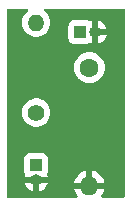
<source format=gbr>
%TF.GenerationSoftware,KiCad,Pcbnew,8.0.1*%
%TF.CreationDate,2024-04-03T15:49:03+03:00*%
%TF.ProjectId,LowPassFilter_jessipi_20240403,4c6f7750-6173-4734-9669-6c7465725f6a,rev?*%
%TF.SameCoordinates,Original*%
%TF.FileFunction,Copper,L1,Top*%
%TF.FilePolarity,Positive*%
%FSLAX46Y46*%
G04 Gerber Fmt 4.6, Leading zero omitted, Abs format (unit mm)*
G04 Created by KiCad (PCBNEW 8.0.1) date 2024-04-03 15:49:03*
%MOMM*%
%LPD*%
G01*
G04 APERTURE LIST*
%TA.AperFunction,ComponentPad*%
%ADD10C,1.400000*%
%TD*%
%TA.AperFunction,ComponentPad*%
%ADD11O,1.400000X1.400000*%
%TD*%
%TA.AperFunction,ComponentPad*%
%ADD12R,1.000000X1.000000*%
%TD*%
%TA.AperFunction,ComponentPad*%
%ADD13O,1.000000X1.000000*%
%TD*%
%TA.AperFunction,ComponentPad*%
%ADD14C,1.600000*%
%TD*%
%TA.AperFunction,ComponentPad*%
%ADD15O,1.600000X1.600000*%
%TD*%
%TA.AperFunction,ViaPad*%
%ADD16C,0.600000*%
%TD*%
G04 APERTURE END LIST*
D10*
%TO.P,R1,1*%
%TO.N,Net-(J1-Pin_1)*%
X73500000Y-56810000D03*
D11*
%TO.P,R1,2*%
%TO.N,Net-(J2-Pin_1)*%
X73500000Y-49190000D03*
%TD*%
D12*
%TO.P,J1,1,Pin_1*%
%TO.N,Net-(J1-Pin_1)*%
X73500000Y-61230000D03*
D13*
%TO.P,J1,2,Pin_2*%
%TO.N,GND*%
X73500000Y-62500000D03*
%TD*%
%TO.P,J2,2,Pin_2*%
%TO.N,GND*%
X78500000Y-50000000D03*
D12*
%TO.P,J2,1,Pin_1*%
%TO.N,Net-(J2-Pin_1)*%
X77230000Y-50000000D03*
%TD*%
D14*
%TO.P,C1,1*%
%TO.N,Net-(J2-Pin_1)*%
X78000000Y-53000000D03*
D15*
%TO.P,C1,2*%
%TO.N,GND*%
X78000000Y-63000000D03*
%TD*%
D16*
%TO.N,GND*%
X80500000Y-62500000D03*
X80500000Y-50500000D03*
%TD*%
%TA.AperFunction,Conductor*%
%TO.N,GND*%
G36*
X72771887Y-48020185D02*
G01*
X72817642Y-48072989D01*
X72827586Y-48142147D01*
X72798561Y-48205703D01*
X72777455Y-48223680D01*
X72778014Y-48224420D01*
X72773437Y-48227876D01*
X72609020Y-48377761D01*
X72474943Y-48555308D01*
X72474938Y-48555316D01*
X72375775Y-48754461D01*
X72375769Y-48754476D01*
X72314885Y-48968462D01*
X72314884Y-48968464D01*
X72294357Y-49189999D01*
X72294357Y-49190000D01*
X72314884Y-49411535D01*
X72314885Y-49411537D01*
X72375769Y-49625523D01*
X72375775Y-49625538D01*
X72474938Y-49824683D01*
X72474943Y-49824691D01*
X72609020Y-50002238D01*
X72773437Y-50152123D01*
X72773439Y-50152125D01*
X72962595Y-50269245D01*
X72962596Y-50269245D01*
X72962599Y-50269247D01*
X73170060Y-50349618D01*
X73388757Y-50390500D01*
X73388759Y-50390500D01*
X73611241Y-50390500D01*
X73611243Y-50390500D01*
X73829940Y-50349618D01*
X74037401Y-50269247D01*
X74226562Y-50152124D01*
X74390981Y-50002236D01*
X74525058Y-49824689D01*
X74624229Y-49625528D01*
X74685115Y-49411536D01*
X74705643Y-49190000D01*
X74685115Y-48968464D01*
X74624229Y-48754472D01*
X74624224Y-48754461D01*
X74525061Y-48555316D01*
X74525056Y-48555308D01*
X74390979Y-48377761D01*
X74226562Y-48227876D01*
X74221986Y-48224420D01*
X74223337Y-48222630D01*
X74183243Y-48177907D01*
X74172134Y-48108926D01*
X74200083Y-48044890D01*
X74258215Y-48006129D01*
X74295152Y-48000500D01*
X80875500Y-48000500D01*
X80942539Y-48020185D01*
X80988294Y-48072989D01*
X80999500Y-48124500D01*
X80999500Y-63875500D01*
X80979815Y-63942539D01*
X80927011Y-63988294D01*
X80875500Y-63999500D01*
X79125351Y-63999500D01*
X79058312Y-63979815D01*
X79012557Y-63927011D01*
X79002613Y-63857853D01*
X79023776Y-63804376D01*
X79130134Y-63652482D01*
X79226265Y-63446326D01*
X79226269Y-63446317D01*
X79278872Y-63250000D01*
X78315686Y-63250000D01*
X78320080Y-63245606D01*
X78372741Y-63154394D01*
X78400000Y-63052661D01*
X78400000Y-62947339D01*
X78372741Y-62845606D01*
X78320080Y-62754394D01*
X78315686Y-62750000D01*
X79278872Y-62750000D01*
X79278872Y-62749999D01*
X79226269Y-62553682D01*
X79226265Y-62553673D01*
X79130134Y-62347517D01*
X78999657Y-62161179D01*
X78838820Y-62000342D01*
X78652482Y-61869865D01*
X78446328Y-61773734D01*
X78250000Y-61721127D01*
X78250000Y-62684314D01*
X78245606Y-62679920D01*
X78154394Y-62627259D01*
X78052661Y-62600000D01*
X77947339Y-62600000D01*
X77845606Y-62627259D01*
X77754394Y-62679920D01*
X77750000Y-62684314D01*
X77750000Y-61721127D01*
X77553671Y-61773734D01*
X77347517Y-61869865D01*
X77161179Y-62000342D01*
X77000342Y-62161179D01*
X76869865Y-62347517D01*
X76773734Y-62553673D01*
X76773730Y-62553682D01*
X76721127Y-62749999D01*
X76721128Y-62750000D01*
X77684314Y-62750000D01*
X77679920Y-62754394D01*
X77627259Y-62845606D01*
X77600000Y-62947339D01*
X77600000Y-63052661D01*
X77627259Y-63154394D01*
X77679920Y-63245606D01*
X77684314Y-63250000D01*
X76721128Y-63250000D01*
X76773730Y-63446317D01*
X76773734Y-63446326D01*
X76869865Y-63652482D01*
X76976224Y-63804376D01*
X76998551Y-63870582D01*
X76981541Y-63938350D01*
X76930593Y-63986163D01*
X76874649Y-63999500D01*
X71124500Y-63999500D01*
X71057461Y-63979815D01*
X71011706Y-63927011D01*
X71000500Y-63875500D01*
X71000500Y-62750000D01*
X72530840Y-62750000D01*
X72571652Y-62884541D01*
X72664503Y-63058253D01*
X72664507Y-63058260D01*
X72789471Y-63210528D01*
X72941739Y-63335491D01*
X73115465Y-63428349D01*
X73250000Y-63469159D01*
X73250000Y-62750000D01*
X72530840Y-62750000D01*
X71000500Y-62750000D01*
X71000500Y-61777870D01*
X72499500Y-61777870D01*
X72499501Y-61777876D01*
X72505908Y-61837483D01*
X72556202Y-61972328D01*
X72556206Y-61972335D01*
X72562561Y-61980824D01*
X72586979Y-62046288D01*
X72573495Y-62109636D01*
X72573981Y-62109838D01*
X72572894Y-62112461D01*
X72572655Y-62113586D01*
X72571650Y-62115464D01*
X72530839Y-62249999D01*
X72530840Y-62250000D01*
X73290382Y-62250000D01*
X73239936Y-62300446D01*
X73197149Y-62374555D01*
X73175000Y-62457213D01*
X73175000Y-62542787D01*
X73197149Y-62625445D01*
X73239936Y-62699554D01*
X73300446Y-62760064D01*
X73374555Y-62802851D01*
X73457213Y-62825000D01*
X73542787Y-62825000D01*
X73625445Y-62802851D01*
X73699554Y-62760064D01*
X73709618Y-62750000D01*
X73750000Y-62750000D01*
X73750000Y-63469159D01*
X73884534Y-63428349D01*
X74058260Y-63335491D01*
X74210528Y-63210528D01*
X74335492Y-63058260D01*
X74335496Y-63058253D01*
X74428347Y-62884541D01*
X74469160Y-62750000D01*
X73750000Y-62750000D01*
X73709618Y-62750000D01*
X73760064Y-62699554D01*
X73802851Y-62625445D01*
X73825000Y-62542787D01*
X73825000Y-62457213D01*
X73802851Y-62374555D01*
X73760064Y-62300446D01*
X73709618Y-62250000D01*
X74469160Y-62250000D01*
X74469160Y-62249999D01*
X74428348Y-62115462D01*
X74427345Y-62113585D01*
X74427115Y-62112483D01*
X74426018Y-62109833D01*
X74426520Y-62109624D01*
X74413105Y-62045182D01*
X74437440Y-61980821D01*
X74443796Y-61972331D01*
X74494091Y-61837483D01*
X74500500Y-61777873D01*
X74500499Y-60682128D01*
X74494091Y-60622517D01*
X74443796Y-60487669D01*
X74443795Y-60487668D01*
X74443793Y-60487664D01*
X74357547Y-60372455D01*
X74357544Y-60372452D01*
X74242335Y-60286206D01*
X74242328Y-60286202D01*
X74107482Y-60235908D01*
X74107483Y-60235908D01*
X74047883Y-60229501D01*
X74047881Y-60229500D01*
X74047873Y-60229500D01*
X74047864Y-60229500D01*
X72952129Y-60229500D01*
X72952123Y-60229501D01*
X72892516Y-60235908D01*
X72757671Y-60286202D01*
X72757664Y-60286206D01*
X72642455Y-60372452D01*
X72642452Y-60372455D01*
X72556206Y-60487664D01*
X72556202Y-60487671D01*
X72505908Y-60622517D01*
X72499501Y-60682116D01*
X72499501Y-60682123D01*
X72499500Y-60682135D01*
X72499500Y-61777870D01*
X71000500Y-61777870D01*
X71000500Y-56810000D01*
X72294357Y-56810000D01*
X72314884Y-57031535D01*
X72314885Y-57031537D01*
X72375769Y-57245523D01*
X72375775Y-57245538D01*
X72474938Y-57444683D01*
X72474943Y-57444691D01*
X72609020Y-57622238D01*
X72773437Y-57772123D01*
X72773439Y-57772125D01*
X72962595Y-57889245D01*
X72962596Y-57889245D01*
X72962599Y-57889247D01*
X73170060Y-57969618D01*
X73388757Y-58010500D01*
X73388759Y-58010500D01*
X73611241Y-58010500D01*
X73611243Y-58010500D01*
X73829940Y-57969618D01*
X74037401Y-57889247D01*
X74226562Y-57772124D01*
X74390981Y-57622236D01*
X74525058Y-57444689D01*
X74624229Y-57245528D01*
X74685115Y-57031536D01*
X74705643Y-56810000D01*
X74685115Y-56588464D01*
X74624229Y-56374472D01*
X74624224Y-56374461D01*
X74525061Y-56175316D01*
X74525056Y-56175308D01*
X74390979Y-55997761D01*
X74226562Y-55847876D01*
X74226560Y-55847874D01*
X74037404Y-55730754D01*
X74037398Y-55730752D01*
X73829940Y-55650382D01*
X73611243Y-55609500D01*
X73388757Y-55609500D01*
X73170060Y-55650382D01*
X73038864Y-55701207D01*
X72962601Y-55730752D01*
X72962595Y-55730754D01*
X72773439Y-55847874D01*
X72773437Y-55847876D01*
X72609020Y-55997761D01*
X72474943Y-56175308D01*
X72474938Y-56175316D01*
X72375775Y-56374461D01*
X72375769Y-56374476D01*
X72314885Y-56588462D01*
X72314884Y-56588464D01*
X72294357Y-56809999D01*
X72294357Y-56810000D01*
X71000500Y-56810000D01*
X71000500Y-53000001D01*
X76694532Y-53000001D01*
X76714364Y-53226686D01*
X76714366Y-53226697D01*
X76773258Y-53446488D01*
X76773261Y-53446497D01*
X76869431Y-53652732D01*
X76869432Y-53652734D01*
X76999954Y-53839141D01*
X77160858Y-54000045D01*
X77160861Y-54000047D01*
X77347266Y-54130568D01*
X77553504Y-54226739D01*
X77773308Y-54285635D01*
X77935230Y-54299801D01*
X77999998Y-54305468D01*
X78000000Y-54305468D01*
X78000002Y-54305468D01*
X78056673Y-54300509D01*
X78226692Y-54285635D01*
X78446496Y-54226739D01*
X78652734Y-54130568D01*
X78839139Y-54000047D01*
X79000047Y-53839139D01*
X79130568Y-53652734D01*
X79226739Y-53446496D01*
X79285635Y-53226692D01*
X79305468Y-53000000D01*
X79285635Y-52773308D01*
X79226739Y-52553504D01*
X79130568Y-52347266D01*
X79000047Y-52160861D01*
X79000045Y-52160858D01*
X78839141Y-51999954D01*
X78652734Y-51869432D01*
X78652732Y-51869431D01*
X78446497Y-51773261D01*
X78446488Y-51773258D01*
X78226697Y-51714366D01*
X78226693Y-51714365D01*
X78226692Y-51714365D01*
X78226691Y-51714364D01*
X78226686Y-51714364D01*
X78000002Y-51694532D01*
X77999998Y-51694532D01*
X77773313Y-51714364D01*
X77773302Y-51714366D01*
X77553511Y-51773258D01*
X77553502Y-51773261D01*
X77347267Y-51869431D01*
X77347265Y-51869432D01*
X77160858Y-51999954D01*
X76999954Y-52160858D01*
X76869432Y-52347265D01*
X76869431Y-52347267D01*
X76773261Y-52553502D01*
X76773258Y-52553511D01*
X76714366Y-52773302D01*
X76714364Y-52773313D01*
X76694532Y-52999998D01*
X76694532Y-53000001D01*
X71000500Y-53000001D01*
X71000500Y-50547870D01*
X76229500Y-50547870D01*
X76229501Y-50547876D01*
X76235908Y-50607483D01*
X76286202Y-50742328D01*
X76286206Y-50742335D01*
X76372452Y-50857544D01*
X76372455Y-50857547D01*
X76487664Y-50943793D01*
X76487671Y-50943797D01*
X76622517Y-50994091D01*
X76622516Y-50994091D01*
X76629444Y-50994835D01*
X76682127Y-51000500D01*
X77777872Y-51000499D01*
X77837483Y-50994091D01*
X77972329Y-50943797D01*
X77972329Y-50943796D01*
X77972331Y-50943796D01*
X77980822Y-50937439D01*
X78046284Y-50913021D01*
X78109628Y-50926502D01*
X78109830Y-50926016D01*
X78112461Y-50927105D01*
X78113585Y-50927345D01*
X78115462Y-50928348D01*
X78250000Y-50969159D01*
X78250000Y-50209618D01*
X78300446Y-50260064D01*
X78374555Y-50302851D01*
X78457213Y-50325000D01*
X78542787Y-50325000D01*
X78625445Y-50302851D01*
X78699554Y-50260064D01*
X78709618Y-50250000D01*
X78750000Y-50250000D01*
X78750000Y-50969159D01*
X78884534Y-50928349D01*
X79058260Y-50835491D01*
X79210528Y-50710528D01*
X79335492Y-50558260D01*
X79335496Y-50558253D01*
X79428347Y-50384541D01*
X79469160Y-50250000D01*
X78750000Y-50250000D01*
X78709618Y-50250000D01*
X78760064Y-50199554D01*
X78802851Y-50125445D01*
X78825000Y-50042787D01*
X78825000Y-49957213D01*
X78802851Y-49874555D01*
X78760064Y-49800446D01*
X78699554Y-49739936D01*
X78625445Y-49697149D01*
X78542787Y-49675000D01*
X78457213Y-49675000D01*
X78374555Y-49697149D01*
X78300446Y-49739936D01*
X78250000Y-49790382D01*
X78250000Y-49030839D01*
X78750000Y-49030839D01*
X78750000Y-49750000D01*
X79469160Y-49750000D01*
X79469160Y-49749999D01*
X79428347Y-49615458D01*
X79335496Y-49441746D01*
X79335492Y-49441739D01*
X79210528Y-49289471D01*
X79058260Y-49164507D01*
X79058253Y-49164503D01*
X78884541Y-49071652D01*
X78750000Y-49030839D01*
X78250000Y-49030839D01*
X78249999Y-49030839D01*
X78115464Y-49071650D01*
X78113586Y-49072655D01*
X78112486Y-49072883D01*
X78109838Y-49073981D01*
X78109629Y-49073478D01*
X78045183Y-49086895D01*
X77980824Y-49062561D01*
X77972335Y-49056206D01*
X77972328Y-49056202D01*
X77837482Y-49005908D01*
X77837483Y-49005908D01*
X77777883Y-48999501D01*
X77777881Y-48999500D01*
X77777873Y-48999500D01*
X77777864Y-48999500D01*
X76682129Y-48999500D01*
X76682123Y-48999501D01*
X76622516Y-49005908D01*
X76487671Y-49056202D01*
X76487664Y-49056206D01*
X76372455Y-49142452D01*
X76372452Y-49142455D01*
X76286206Y-49257664D01*
X76286202Y-49257671D01*
X76235908Y-49392517D01*
X76229501Y-49452116D01*
X76229500Y-49452135D01*
X76229500Y-50547870D01*
X71000500Y-50547870D01*
X71000500Y-48124500D01*
X71020185Y-48057461D01*
X71072989Y-48011706D01*
X71124500Y-48000500D01*
X72704848Y-48000500D01*
X72771887Y-48020185D01*
G37*
%TD.AperFunction*%
%TD*%
M02*

</source>
